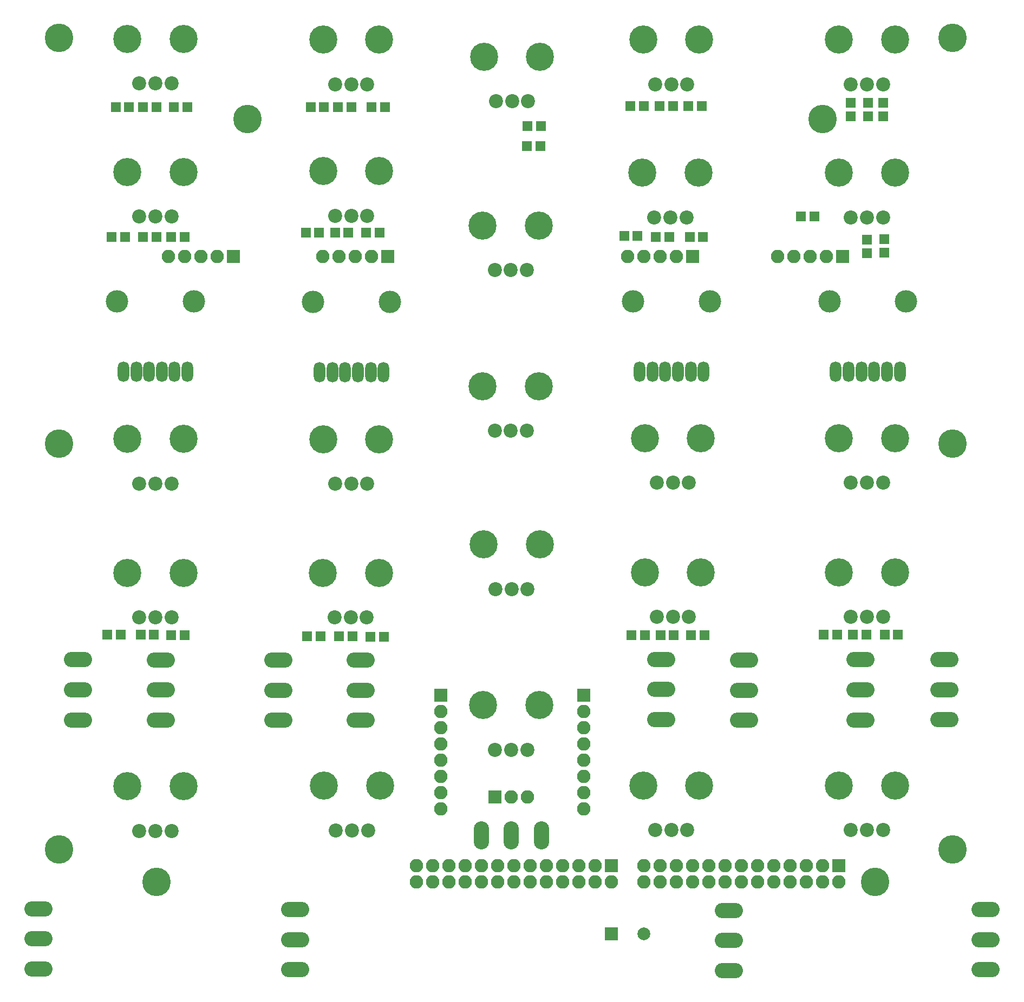
<source format=gbr>
G04 #@! TF.FileFunction,Soldermask,Top*
%FSLAX46Y46*%
G04 Gerber Fmt 4.6, Leading zero omitted, Abs format (unit mm)*
G04 Created by KiCad (PCBNEW 4.0.7) date 02/28/19 19:32:10*
%MOMM*%
%LPD*%
G01*
G04 APERTURE LIST*
%ADD10C,0.100000*%
%ADD11C,4.464000*%
%ADD12C,2.200000*%
%ADD13C,4.400000*%
%ADD14R,2.100000X2.100000*%
%ADD15O,2.100000X2.100000*%
%ADD16R,1.600000X1.600000*%
%ADD17O,1.807160X3.214320*%
%ADD18C,3.514040*%
%ADD19R,2.000000X2.000000*%
%ADD20C,2.000000*%
%ADD21O,4.400000X2.400000*%
%ADD22O,2.400000X4.400000*%
G04 APERTURE END LIST*
D10*
D11*
X42164000Y-25400000D03*
X132080000Y-25400000D03*
X140335000Y-144780000D03*
X27940000Y-144780000D03*
X152400000Y-139700000D03*
X152400000Y-76200000D03*
X152400000Y-12700000D03*
X12700000Y-76200000D03*
X12700000Y-139700000D03*
X12700000Y-12700000D03*
D12*
X25313000Y-103378000D03*
X27813000Y-103378000D03*
X30313000Y-103378000D03*
D13*
X23413000Y-96378000D03*
X32213000Y-96378000D03*
D12*
X56047000Y-136715500D03*
X58547000Y-136715500D03*
X61047000Y-136715500D03*
D13*
X54147000Y-129715500D03*
X62947000Y-129715500D03*
D12*
X136565000Y-19939000D03*
X139065000Y-19939000D03*
X141565000Y-19939000D03*
D13*
X134665000Y-12939000D03*
X143465000Y-12939000D03*
D12*
X25313000Y-19812000D03*
X27813000Y-19812000D03*
X30313000Y-19812000D03*
D13*
X23413000Y-12812000D03*
X32213000Y-12812000D03*
D12*
X55920000Y-19939000D03*
X58420000Y-19939000D03*
X60920000Y-19939000D03*
D13*
X54020000Y-12939000D03*
X62820000Y-12939000D03*
D12*
X105958000Y-19939000D03*
X108458000Y-19939000D03*
X110958000Y-19939000D03*
D13*
X104058000Y-12939000D03*
X112858000Y-12939000D03*
D12*
X80939000Y-124079000D03*
X83439000Y-124079000D03*
X85939000Y-124079000D03*
D13*
X79039000Y-117079000D03*
X87839000Y-117079000D03*
D12*
X25313000Y-40640000D03*
X27813000Y-40640000D03*
X30313000Y-40640000D03*
D13*
X23413000Y-33640000D03*
X32213000Y-33640000D03*
D12*
X55920000Y-40513000D03*
X58420000Y-40513000D03*
X60920000Y-40513000D03*
D13*
X54020000Y-33513000D03*
X62820000Y-33513000D03*
D12*
X105831000Y-40767000D03*
X108331000Y-40767000D03*
X110831000Y-40767000D03*
D13*
X103931000Y-33767000D03*
X112731000Y-33767000D03*
D12*
X136565000Y-40767000D03*
X139065000Y-40767000D03*
X141565000Y-40767000D03*
D13*
X134665000Y-33767000D03*
X143465000Y-33767000D03*
D12*
X55856500Y-103378000D03*
X58356500Y-103378000D03*
X60856500Y-103378000D03*
D13*
X53956500Y-96378000D03*
X62756500Y-96378000D03*
D12*
X106212000Y-103314500D03*
X108712000Y-103314500D03*
X111212000Y-103314500D03*
D13*
X104312000Y-96314500D03*
X113112000Y-96314500D03*
D12*
X136565000Y-103314500D03*
X139065000Y-103314500D03*
X141565000Y-103314500D03*
D13*
X134665000Y-96314500D03*
X143465000Y-96314500D03*
D14*
X80899000Y-131445000D03*
D15*
X83439000Y-131445000D03*
X85979000Y-131445000D03*
D12*
X25313000Y-136779000D03*
X27813000Y-136779000D03*
X30313000Y-136779000D03*
D13*
X23413000Y-129779000D03*
X32213000Y-129779000D03*
D12*
X105958000Y-136652000D03*
X108458000Y-136652000D03*
X110958000Y-136652000D03*
D13*
X104058000Y-129652000D03*
X112858000Y-129652000D03*
D12*
X136565000Y-136652000D03*
X139065000Y-136652000D03*
X141565000Y-136652000D03*
D13*
X134665000Y-129652000D03*
X143465000Y-129652000D03*
D12*
X25313000Y-82423000D03*
X27813000Y-82423000D03*
X30313000Y-82423000D03*
D13*
X23413000Y-75423000D03*
X32213000Y-75423000D03*
D12*
X55920000Y-82486500D03*
X58420000Y-82486500D03*
X60920000Y-82486500D03*
D13*
X54020000Y-75486500D03*
X62820000Y-75486500D03*
D12*
X106212000Y-82296000D03*
X108712000Y-82296000D03*
X111212000Y-82296000D03*
D13*
X104312000Y-75296000D03*
X113112000Y-75296000D03*
D12*
X136565000Y-82296000D03*
X139065000Y-82296000D03*
X141565000Y-82296000D03*
D13*
X134665000Y-75296000D03*
X143465000Y-75296000D03*
D14*
X40005000Y-46926500D03*
D15*
X37465000Y-46926500D03*
X34925000Y-46926500D03*
X32385000Y-46926500D03*
X29845000Y-46926500D03*
D14*
X64135000Y-46926500D03*
D15*
X61595000Y-46926500D03*
X59055000Y-46926500D03*
X56515000Y-46926500D03*
X53975000Y-46926500D03*
D14*
X111760000Y-46926500D03*
D15*
X109220000Y-46926500D03*
X106680000Y-46926500D03*
X104140000Y-46926500D03*
X101600000Y-46926500D03*
D14*
X135255000Y-46926500D03*
D15*
X132715000Y-46926500D03*
X130175000Y-46926500D03*
X127635000Y-46926500D03*
X125095000Y-46926500D03*
D14*
X94805500Y-115570000D03*
D15*
X94805500Y-118110000D03*
X94805500Y-120650000D03*
X94805500Y-123190000D03*
X94805500Y-125730000D03*
X94805500Y-128270000D03*
X94805500Y-130810000D03*
X94805500Y-133350000D03*
D12*
X80875500Y-49022000D03*
X83375500Y-49022000D03*
X85875500Y-49022000D03*
D13*
X78975500Y-42022000D03*
X87775500Y-42022000D03*
D12*
X80875500Y-74168000D03*
X83375500Y-74168000D03*
X85875500Y-74168000D03*
D13*
X78975500Y-67168000D03*
X87775500Y-67168000D03*
D12*
X80984000Y-98933000D03*
X83484000Y-98933000D03*
X85984000Y-98933000D03*
D13*
X79084000Y-91933000D03*
X87884000Y-91933000D03*
D14*
X99060000Y-142240000D03*
D15*
X99060000Y-144780000D03*
X96520000Y-142240000D03*
X96520000Y-144780000D03*
X93980000Y-142240000D03*
X93980000Y-144780000D03*
X91440000Y-142240000D03*
X91440000Y-144780000D03*
X88900000Y-142240000D03*
X88900000Y-144780000D03*
X86360000Y-142240000D03*
X86360000Y-144780000D03*
X83820000Y-142240000D03*
X83820000Y-144780000D03*
X81280000Y-142240000D03*
X81280000Y-144780000D03*
X78740000Y-142240000D03*
X78740000Y-144780000D03*
X76200000Y-142240000D03*
X76200000Y-144780000D03*
X73660000Y-142240000D03*
X73660000Y-144780000D03*
X71120000Y-142240000D03*
X71120000Y-144780000D03*
X68580000Y-142240000D03*
X68580000Y-144780000D03*
D14*
X134620000Y-142240000D03*
D15*
X134620000Y-144780000D03*
X132080000Y-142240000D03*
X132080000Y-144780000D03*
X129540000Y-142240000D03*
X129540000Y-144780000D03*
X127000000Y-142240000D03*
X127000000Y-144780000D03*
X124460000Y-142240000D03*
X124460000Y-144780000D03*
X121920000Y-142240000D03*
X121920000Y-144780000D03*
X119380000Y-142240000D03*
X119380000Y-144780000D03*
X116840000Y-142240000D03*
X116840000Y-144780000D03*
X114300000Y-142240000D03*
X114300000Y-144780000D03*
X111760000Y-142240000D03*
X111760000Y-144780000D03*
X109220000Y-142240000D03*
X109220000Y-144780000D03*
X106680000Y-142240000D03*
X106680000Y-144780000D03*
X104140000Y-142240000D03*
X104140000Y-144780000D03*
D12*
X81066000Y-22606000D03*
X83566000Y-22606000D03*
X86066000Y-22606000D03*
D13*
X79166000Y-15606000D03*
X87966000Y-15606000D03*
D16*
X85911000Y-29654500D03*
X88011000Y-29654500D03*
X88079000Y-26479500D03*
X85979000Y-26479500D03*
D17*
X55483760Y-64973200D03*
X53484780Y-64973200D03*
X63482220Y-64973200D03*
X57485280Y-64973200D03*
X59481720Y-64973200D03*
X61483240Y-64973200D03*
D18*
X52484020Y-53975000D03*
X64482980Y-53975000D03*
D17*
X105521760Y-64909700D03*
X103522780Y-64909700D03*
X113520220Y-64909700D03*
X107523280Y-64909700D03*
X109519720Y-64909700D03*
X111521240Y-64909700D03*
D18*
X102522020Y-53911500D03*
X114520980Y-53911500D03*
D17*
X136192260Y-64909700D03*
X134193280Y-64909700D03*
X144190720Y-64909700D03*
X138193780Y-64909700D03*
X140190220Y-64909700D03*
X142191740Y-64909700D03*
D18*
X133192520Y-53911500D03*
X145191480Y-53911500D03*
D17*
X24813260Y-64909700D03*
X22814280Y-64909700D03*
X32811720Y-64909700D03*
X26814780Y-64909700D03*
X28811220Y-64909700D03*
X30812740Y-64909700D03*
D18*
X21813520Y-53911500D03*
X33812480Y-53911500D03*
D19*
X99140000Y-152908000D03*
D20*
X104140000Y-152908000D03*
D16*
X56320000Y-23495000D03*
X58420000Y-23495000D03*
X139192000Y-24960000D03*
X139192000Y-22860000D03*
X25840000Y-23495000D03*
X27940000Y-23495000D03*
X106612000Y-23368000D03*
X108712000Y-23368000D03*
X55880000Y-43180000D03*
X57980000Y-43180000D03*
X139065000Y-46355000D03*
X139065000Y-44255000D03*
X25840000Y-43815000D03*
X27940000Y-43815000D03*
X106045000Y-43815000D03*
X108145000Y-43815000D03*
X56515000Y-106299000D03*
X58615000Y-106299000D03*
X136872000Y-106045000D03*
X138972000Y-106045000D03*
X25493000Y-106045000D03*
X27593000Y-106045000D03*
X106773000Y-106172000D03*
X108873000Y-106172000D03*
X63695000Y-23495000D03*
X61595000Y-23495000D03*
X52070000Y-23495000D03*
X54170000Y-23495000D03*
X141605000Y-24960000D03*
X141605000Y-22860000D03*
X136525000Y-22860000D03*
X136525000Y-24960000D03*
X32800000Y-23495000D03*
X30700000Y-23495000D03*
X21590000Y-23495000D03*
X23690000Y-23495000D03*
X113225000Y-23368000D03*
X111125000Y-23368000D03*
X102040000Y-23368000D03*
X104140000Y-23368000D03*
X62865000Y-43180000D03*
X60765000Y-43180000D03*
X51308000Y-43180000D03*
X53408000Y-43180000D03*
X141732000Y-46296000D03*
X141732000Y-44196000D03*
X130810000Y-40640000D03*
X128710000Y-40640000D03*
X32385000Y-43815000D03*
X30285000Y-43815000D03*
X20955000Y-43815000D03*
X23055000Y-43815000D03*
X113445000Y-43815000D03*
X111345000Y-43815000D03*
X101092000Y-43688000D03*
X103192000Y-43688000D03*
X63500000Y-106426000D03*
X61400000Y-106426000D03*
X51528000Y-106299000D03*
X53628000Y-106299000D03*
X143925000Y-106045000D03*
X141825000Y-106045000D03*
X132300000Y-106045000D03*
X134400000Y-106045000D03*
X32385000Y-106172000D03*
X30285000Y-106172000D03*
X20286000Y-106045000D03*
X22386000Y-106045000D03*
X113665000Y-106172000D03*
X111565000Y-106172000D03*
X102235000Y-106172000D03*
X104335000Y-106172000D03*
D14*
X72390000Y-115570000D03*
D15*
X72390000Y-118110000D03*
X72390000Y-120650000D03*
X72390000Y-123190000D03*
X72390000Y-125730000D03*
X72390000Y-128270000D03*
X72390000Y-130810000D03*
X72390000Y-133350000D03*
D21*
X157607000Y-149097000D03*
X157607000Y-153797000D03*
X157607000Y-158497000D03*
X117475000Y-149224000D03*
X117475000Y-153924000D03*
X117475000Y-158624000D03*
X49657000Y-149097000D03*
X49657000Y-153797000D03*
X49657000Y-158497000D03*
X9525000Y-148970000D03*
X9525000Y-153670000D03*
X9525000Y-158370000D03*
D22*
X78739000Y-137477500D03*
X83439000Y-137477500D03*
X88139000Y-137477500D03*
D21*
X15697200Y-110006400D03*
X15697200Y-114706400D03*
X15697200Y-119406400D03*
X46990000Y-110057200D03*
X46990000Y-114757200D03*
X46990000Y-119457200D03*
X106883200Y-109955600D03*
X106883200Y-114655600D03*
X106883200Y-119355600D03*
X138023600Y-110006400D03*
X138023600Y-114706400D03*
X138023600Y-119406400D03*
X28638500Y-110044500D03*
X28638500Y-114744500D03*
X28638500Y-119444500D03*
X59893200Y-110057200D03*
X59893200Y-114757200D03*
X59893200Y-119457200D03*
X119837200Y-110057200D03*
X119837200Y-114757200D03*
X119837200Y-119457200D03*
X151130000Y-109981000D03*
X151130000Y-114681000D03*
X151130000Y-119381000D03*
M02*

</source>
